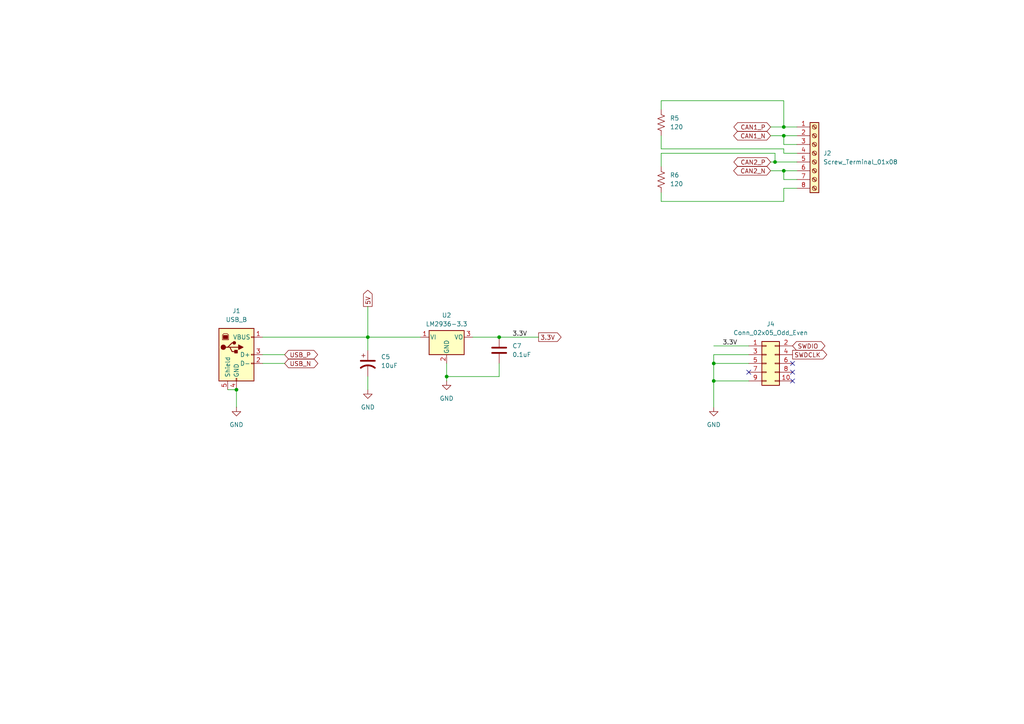
<source format=kicad_sch>
(kicad_sch (version 20250114) (generator "eeschema") (generator_version "9.0")
  (paper "A4")
  (title_block (title "USB and Power Supply") (date "2025-09-17") (comment 1 "Copyright 2025 Karl Yamashita"))
  (lib_symbols
    (symbol "Connector:Screw_Terminal_01x08" (pin_names (offset 1.016) (hide yes))
      (property "Reference" "J" (at 0 10.16 0))
      (property "Value" "Screw_Terminal_01x08" (at 0 -12.7 0))
      (symbol "Screw_Terminal_01x08_1_1"
        (rectangle (start -1.27 8.89) (end 1.27 -11.43) (stroke (width 0.254)) (fill (type background)))
        (polyline (pts (xy -0.5334 7.9502) (xy 0.3302 7.112)) (stroke (width 0.1524)))
        (polyline (pts (xy -0.5334 5.4102) (xy 0.3302 4.572)) (stroke (width 0.1524)))
        (polyline (pts (xy -0.5334 2.8702) (xy 0.3302 2.032)) (stroke (width 0.1524)))
        (polyline (pts (xy -0.5334 0.3302) (xy 0.3302 -0.508)) (stroke (width 0.1524)))
        (polyline (pts (xy -0.5334 -2.2098) (xy 0.3302 -3.048)) (stroke (width 0.1524)))
        (polyline (pts (xy -0.5334 -4.7498) (xy 0.3302 -5.588)) (stroke (width 0.1524)))
        (polyline (pts (xy -0.5334 -7.2898) (xy 0.3302 -8.128)) (stroke (width 0.1524)))
        (polyline (pts (xy -0.5334 -9.8298) (xy 0.3302 -10.668)) (stroke (width 0.1524)))
        (polyline (pts (xy -0.3556 8.128) (xy 0.508 7.2898)) (stroke (width 0.1524)))
        (polyline (pts (xy -0.3556 5.588) (xy 0.508 4.7498)) (stroke (width 0.1524)))
        (polyline (pts (xy -0.3556 3.048) (xy 0.508 2.2098)) (stroke (width 0.1524)))
        (polyline (pts (xy -0.3556 0.508) (xy 0.508 -0.3302)) (stroke (width 0.1524)))
        (polyline (pts (xy -0.3556 -2.032) (xy 0.508 -2.8702)) (stroke (width 0.1524)))
        (polyline (pts (xy -0.3556 -4.572) (xy 0.508 -5.4102)) (stroke (width 0.1524)))
        (polyline (pts (xy -0.3556 -7.112) (xy 0.508 -7.9502)) (stroke (width 0.1524)))
        (polyline (pts (xy -0.3556 -9.652) (xy 0.508 -10.4902)) (stroke (width 0.1524)))
        (circle (center 0 7.62) (radius 0.635) (stroke (width 0.1524)))
        (circle (center 0 5.08) (radius 0.635) (stroke (width 0.1524)))
        (circle (center 0 2.54) (radius 0.635) (stroke (width 0.1524)))
        (circle (center 0 0) (radius 0.635) (stroke (width 0.1524)))
        (circle (center 0 -2.54) (radius 0.635) (stroke (width 0.1524)))
        (circle (center 0 -5.08) (radius 0.635) (stroke (width 0.1524)))
        (circle (center 0 -7.62) (radius 0.635) (stroke (width 0.1524)))
        (circle (center 0 -10.16) (radius 0.635) (stroke (width 0.1524)))
        (pin passive line (at -5.08 7.62 0) (length 3.81) (name "Pin_1") (number "1"))
        (pin passive line (at -5.08 5.08 0) (length 3.81) (name "Pin_2") (number "2"))
        (pin passive line (at -5.08 2.54 0) (length 3.81) (name "Pin_3") (number "3"))
        (pin passive line (at -5.08 0 0) (length 3.81) (name "Pin_4") (number "4"))
        (pin passive line (at -5.08 -2.54 0) (length 3.81) (name "Pin_5") (number "5"))
        (pin passive line (at -5.08 -5.08 0) (length 3.81) (name "Pin_6") (number "6"))
        (pin passive line (at -5.08 -7.62 0) (length 3.81) (name "Pin_7") (number "7"))
        (pin passive line (at -5.08 -10.16 0) (length 3.81) (name "Pin_8") (number "8"))
      )
    )
    (symbol "Connector:USB_B" (pin_names (offset 1.016))
      (property "Reference" "J" (at -5.08 11.43 0))
      (property "Value" "USB_B" (at -5.08 8.89 0))
      (symbol "USB_B_0_1"
        (rectangle (start -5.08 -7.62) (end 5.08 7.62) (stroke (width 0.254)) (fill (type background)))
        (polyline (pts (xy -4.064 4.318) (xy -2.286 4.318) (xy -2.286 5.715) (xy -2.667 6.096) (xy -3.683 6.096) (xy -4.064 5.715) (xy -4.064 4.318)))
        (rectangle (start -3.81 5.588) (end -2.54 4.572) (fill (type outline)))
        (circle (center -3.81 2.159) (radius 0.635) (stroke (width 0.254)) (fill (type outline)))
        (polyline (pts (xy -3.175 2.159) (xy -2.54 2.159) (xy -1.27 3.429) (xy -0.635 3.429)) (stroke (width 0.254)))
        (polyline (pts (xy -2.54 2.159) (xy -1.905 2.159) (xy -1.27 0.889) (xy 0 0.889)) (stroke (width 0.254)))
        (polyline (pts (xy -1.905 2.159) (xy 0.635 2.159)) (stroke (width 0.254)))
        (circle (center -0.635 3.429) (radius 0.381) (stroke (width 0.254)) (fill (type outline)))
        (rectangle (start -0.127 -7.62) (end 0.127 -6.858))
        (rectangle (start 0.254 1.27) (end -0.508 0.508) (stroke (width 0.254)) (fill (type outline)))
        (polyline (pts (xy 0.635 2.794) (xy 0.635 1.524) (xy 1.905 2.159) (xy 0.635 2.794)) (stroke (width 0.254)) (fill (type outline)))
        (rectangle (start 5.08 4.953) (end 4.318 5.207))
        (rectangle (start 5.08 -0.127) (end 4.318 0.127))
        (rectangle (start 5.08 -2.667) (end 4.318 -2.413))
      )
      (symbol "USB_B_1_1"
        (pin passive line (at -2.54 -10.16 90) (length 2.54) (name "Shield") (number "5"))
        (pin power_out line (at 0 -10.16 90) (length 2.54) (name "GND") (number "4"))
        (pin power_out line (at 7.62 5.08 180) (length 2.54) (name "VBUS") (number "1"))
        (pin bidirectional line (at 7.62 0 180) (length 2.54) (name "D+") (number "3"))
        (pin bidirectional line (at 7.62 -2.54 180) (length 2.54) (name "D-") (number "2"))
      )
    )
    (symbol "Connector_Generic:Conn_02x05_Odd_Even" (pin_names (offset 1.016) (hide yes))
      (property "Reference" "J" (at 1.27 7.62 0))
      (property "Value" "Conn_02x05_Odd_Even" (at 1.27 -7.62 0))
      (symbol "Conn_02x05_Odd_Even_1_1"
        (rectangle (start -1.27 6.35) (end 3.81 -6.35) (stroke (width 0.254)) (fill (type background)))
        (rectangle (start -1.27 5.207) (end 0 4.953) (stroke (width 0.1524)))
        (rectangle (start -1.27 2.667) (end 0 2.413) (stroke (width 0.1524)))
        (rectangle (start -1.27 0.127) (end 0 -0.127) (stroke (width 0.1524)))
        (rectangle (start -1.27 -2.413) (end 0 -2.667) (stroke (width 0.1524)))
        (rectangle (start -1.27 -4.953) (end 0 -5.207) (stroke (width 0.1524)))
        (rectangle (start 3.81 5.207) (end 2.54 4.953) (stroke (width 0.1524)))
        (rectangle (start 3.81 2.667) (end 2.54 2.413) (stroke (width 0.1524)))
        (rectangle (start 3.81 0.127) (end 2.54 -0.127) (stroke (width 0.1524)))
        (rectangle (start 3.81 -2.413) (end 2.54 -2.667) (stroke (width 0.1524)))
        (rectangle (start 3.81 -4.953) (end 2.54 -5.207) (stroke (width 0.1524)))
        (pin passive line (at -5.08 5.08 0) (length 3.81) (name "Pin_1") (number "1"))
        (pin passive line (at -5.08 2.54 0) (length 3.81) (name "Pin_3") (number "3"))
        (pin passive line (at -5.08 0 0) (length 3.81) (name "Pin_5") (number "5"))
        (pin passive line (at -5.08 -2.54 0) (length 3.81) (name "Pin_7") (number "7"))
        (pin passive line (at -5.08 -5.08 0) (length 3.81) (name "Pin_9") (number "9"))
        (pin passive line (at 7.62 5.08 180) (length 3.81) (name "Pin_2") (number "2"))
        (pin passive line (at 7.62 2.54 180) (length 3.81) (name "Pin_4") (number "4"))
        (pin passive line (at 7.62 0 180) (length 3.81) (name "Pin_6") (number "6"))
        (pin passive line (at 7.62 -2.54 180) (length 3.81) (name "Pin_8") (number "8"))
        (pin passive line (at 7.62 -5.08 180) (length 3.81) (name "Pin_10") (number "10"))
      )
    )
    (symbol "Device:C" (pin_numbers (hide yes)) (pin_names (offset 0.254))
      (property "Reference" "C" (at 0.635 2.54 0))
      (property "Value" "C" (at 0.635 -2.54 0))
      (symbol "C_0_1"
        (polyline (pts (xy -2.032 0.762) (xy 2.032 0.762)) (stroke (width 0.508)))
        (polyline (pts (xy -2.032 -0.762) (xy 2.032 -0.762)) (stroke (width 0.508)))
      )
      (symbol "C_1_1"
        (pin passive line (at 0 3.81 270) (length 2.794) (name "~") (number "1"))
        (pin passive line (at 0 -3.81 90) (length 2.794) (name "~") (number "2"))
      )
    )
    (symbol "Device:C_Polarized_US" (pin_numbers (hide yes)) (pin_names (offset 0.254) (hide yes))
      (property "Reference" "C" (at 0.635 2.54 0))
      (property "Value" "C_Polarized_US" (at 0.635 -2.54 0))
      (symbol "C_Polarized_US_0_1"
        (polyline (pts (xy -2.032 0.762) (xy 2.032 0.762)) (stroke (width 0.508)))
        (polyline (pts (xy -1.778 2.286) (xy -0.762 2.286)))
        (polyline (pts (xy -1.27 1.778) (xy -1.27 2.794)))
        (arc (start -2.032 -1.27) (mid 0 -0.5572) (end 2.032 -1.27) (stroke (width 0.508)))
      )
      (symbol "C_Polarized_US_1_1"
        (pin passive line (at 0 3.81 270) (length 2.794) (name "~") (number "1"))
        (pin passive line (at 0 -3.81 90) (length 3.302) (name "~") (number "2"))
      )
    )
    (symbol "Device:R_US" (pin_numbers (hide yes)) (pin_names (offset 0))
      (property "Reference" "R" (at 2.54 0 90))
      (property "Value" "R_US" (at -2.54 0 90))
      (symbol "R_US_0_1"
        (polyline (pts (xy 0 2.286) (xy 0 2.54)))
        (polyline (pts (xy 0 2.286) (xy 1.016 1.905) (xy 0 1.524) (xy -1.016 1.143) (xy 0 0.762)))
        (polyline (pts (xy 0 0.762) (xy 1.016 0.381) (xy 0 0) (xy -1.016 -0.381) (xy 0 -0.762)))
        (polyline (pts (xy 0 -0.762) (xy 1.016 -1.143) (xy 0 -1.524) (xy -1.016 -1.905) (xy 0 -2.286)))
        (polyline (pts (xy 0 -2.286) (xy 0 -2.54)))
      )
      (symbol "R_US_1_1"
        (pin passive line (at 0 3.81 270) (length 1.27) (name "~") (number "1"))
        (pin passive line (at 0 -3.81 90) (length 1.27) (name "~") (number "2"))
      )
    )
    (symbol "Regulator_Linear:LM2936-3.3" (pin_names (offset 0.254))
      (property "Reference" "U" (at -3.81 3.175 0))
      (property "Value" "LM2936-3.3" (at 0 3.175 0))
      (symbol "LM2936-3.3_0_1"
        (rectangle (start -5.08 1.905) (end 5.08 -5.08) (stroke (width 0.254)) (fill (type background)))
      )
      (symbol "LM2936-3.3_1_1"
        (pin power_in line (at -7.62 0 0) (length 2.54) (name "VI") (number "1"))
        (pin power_in line (at 0 -7.62 90) (length 2.54) (name "GND") (number "2"))
        (pin power_out line (at 7.62 0 180) (length 2.54) (name "VO") (number "3"))
      )
    )
    (symbol "power:GND" (power) (pin_numbers (hide yes)) (pin_names (offset 0) (hide yes))
      (property "Value" "GND" (at 0 -3.81 0))
      (symbol "GND_0_1"
        (polyline (pts (xy 0 0) (xy 0 -1.27) (xy 1.27 -1.27) (xy 0 -2.54) (xy -1.27 -1.27) (xy 0 -1.27)))
      )
      (symbol "GND_1_1"
        (pin power_in line (at 0 0 270) (length 0) (name "~") (number "1"))
      )
    )
  )
  (junction (at 207.01 105.41))
  (junction (at 129.54 109.22))
  (junction (at 68.58 113.03))
  (junction (at 106.68 97.79))
  (junction (at 207.01 110.49))
  (junction (at 224.79 46.99))
  (junction (at 227.33 39.37))
  (junction (at 227.33 36.83))
  (junction (at 227.33 49.53))
  (junction (at 144.78 97.79))
  (no_connect (at 217.17 107.95))
  (no_connect (at 229.87 110.49))
  (no_connect (at 229.87 105.41))
  (no_connect (at 229.87 107.95))
  (wire (pts (xy 217.17 102.87) (xy 207.01 102.87)))
  (wire (pts (xy 191.77 29.21) (xy 227.33 29.21)))
  (wire (pts (xy 223.52 49.53) (xy 227.33 49.53)))
  (wire (pts (xy 76.2 97.79) (xy 106.68 97.79)))
  (wire (pts (xy 68.58 113.03) (xy 66.04 113.03)))
  (wire (pts (xy 76.2 102.87) (xy 82.55 102.87)))
  (wire (pts (xy 129.54 109.22) (xy 129.54 110.49)))
  (wire (pts (xy 207.01 110.49) (xy 207.01 118.11)))
  (wire (pts (xy 217.17 110.49) (xy 207.01 110.49)))
  (wire (pts (xy 223.52 39.37) (xy 227.33 39.37)))
  (wire (pts (xy 144.78 105.41) (xy 144.78 109.22)))
  (wire (pts (xy 106.68 109.22) (xy 106.68 113.03)))
  (wire (pts (xy 227.33 54.61) (xy 227.33 58.42)))
  (wire (pts (xy 227.33 43.18) (xy 191.77 43.18)))
  (wire (pts (xy 227.33 44.45) (xy 227.33 43.18)))
  (wire (pts (xy 106.68 88.9) (xy 106.68 97.79)))
  (wire (pts (xy 227.33 58.42) (xy 191.77 58.42)))
  (wire (pts (xy 231.14 44.45) (xy 227.33 44.45)))
  (wire (pts (xy 129.54 105.41) (xy 129.54 109.22)))
  (wire (pts (xy 227.33 29.21) (xy 227.33 36.83)))
  (wire (pts (xy 191.77 43.18) (xy 191.77 39.37)))
  (wire (pts (xy 224.79 44.45) (xy 224.79 46.99)))
  (wire (pts (xy 106.68 97.79) (xy 121.92 97.79)))
  (wire (pts (xy 191.77 29.21) (xy 191.77 31.75)))
  (wire (pts (xy 207.01 102.87) (xy 207.01 105.41)))
  (wire (pts (xy 227.33 49.53) (xy 231.14 49.53)))
  (wire (pts (xy 227.33 39.37) (xy 231.14 39.37)))
  (wire (pts (xy 231.14 52.07) (xy 227.33 52.07)))
  (wire (pts (xy 231.14 41.91) (xy 227.33 41.91)))
  (wire (pts (xy 207.01 105.41) (xy 207.01 110.49)))
  (wire (pts (xy 207.01 100.33) (xy 217.17 100.33)))
  (wire (pts (xy 129.54 109.22) (xy 144.78 109.22)))
  (wire (pts (xy 224.79 46.99) (xy 231.14 46.99)))
  (wire (pts (xy 137.16 97.79) (xy 144.78 97.79)))
  (wire (pts (xy 227.33 41.91) (xy 227.33 39.37)))
  (wire (pts (xy 191.77 44.45) (xy 224.79 44.45)))
  (wire (pts (xy 191.77 58.42) (xy 191.77 55.88)))
  (wire (pts (xy 223.52 46.99) (xy 224.79 46.99)))
  (wire (pts (xy 207.01 105.41) (xy 217.17 105.41)))
  (wire (pts (xy 144.78 97.79) (xy 156.21 97.79)))
  (wire (pts (xy 191.77 48.26) (xy 191.77 44.45)))
  (wire (pts (xy 68.58 113.03) (xy 68.58 118.11)))
  (wire (pts (xy 231.14 54.61) (xy 227.33 54.61)))
  (wire (pts (xy 76.2 105.41) (xy 82.55 105.41)))
  (wire (pts (xy 106.68 97.79) (xy 106.68 101.6)))
  (wire (pts (xy 223.52 36.83) (xy 227.33 36.83)))
  (wire (pts (xy 227.33 52.07) (xy 227.33 49.53)))
  (wire (pts (xy 227.33 36.83) (xy 231.14 36.83)))
  (label "3.3V" (at 209.55 100.33 0))
  (label "3.3V" (at 148.59 97.79 0))
  (global_label "CAN2_N" (shape bidirectional) (at 223.52 49.53 180) (property "Intersheetrefs" "${INTERSHEET_REFS}" (effects (hide yes))))
  (global_label "CAN2_P" (shape bidirectional) (at 223.52 46.99 180) (property "Intersheetrefs" "${INTERSHEET_REFS}" (effects (hide yes))))
  (global_label "CAN1_P" (shape bidirectional) (at 223.52 36.83 180) (property "Intersheetrefs" "${INTERSHEET_REFS}" (effects (hide yes))))
  (global_label "5V" (shape output) (at 106.68 88.9 90) (property "Intersheetrefs" "${INTERSHEET_REFS}" (effects (hide yes))))
  (global_label "USB_N" (shape bidirectional) (at 82.55 105.41 0) (property "Intersheetrefs" "${INTERSHEET_REFS}" (effects (hide yes))))
  (global_label "SWDIO" (shape bidirectional) (at 229.87 100.33 0) (property "Intersheetrefs" "${INTERSHEET_REFS}" (effects (hide yes))))
  (global_label "3.3V" (shape output) (at 156.21 97.79 0) (property "Intersheetrefs" "${INTERSHEET_REFS}" (effects (hide yes))))
  (global_label "USB_P" (shape bidirectional) (at 82.55 102.87 0) (property "Intersheetrefs" "${INTERSHEET_REFS}" (effects (hide yes))))
  (global_label "CAN1_N" (shape bidirectional) (at 223.52 39.37 180) (property "Intersheetrefs" "${INTERSHEET_REFS}" (effects (hide yes))))
  (global_label "SWDCLK" (shape output) (at 229.87 102.87 0) (property "Intersheetrefs" "${INTERSHEET_REFS}" (effects (hide yes))))
  (symbol (lib_id "power:GND") (at 68.58 118.11 0) (unit 1)
    (property "Reference" "#PWR09" (effects (hide yes)))
    (property "Value" "GND" (at 68.58 123.19 0))
    (property "Description" "Power symbol creates a global label with name \"GND\" , ground" (effects (hide yes)))
  )
  (symbol (lib_id "Device:R_US") (at 191.77 52.07 0) (unit 1)
    (property "Reference" "R6" (at 194.31 50.7999 0) (effects (justify left)))
    (property "Value" "120" (at 194.31 53.3399 0) (effects (justify left)))
    (property "Description" "Resistor, US symbol" (effects (hide yes)))
  )
  (symbol (lib_id "Connector:USB_B") (at 68.58 102.87 0) (unit 1)
    (property "Reference" "J1" (at 68.58 90.17 0))
    (property "Value" "USB_B" (at 68.58 92.71 0))
    (property "Footprint" "Connector_USB:USB_B_Lumberg_2411_02_Horizontal" (effects (hide yes)))
    (property "Description" "USB Type B connector" (effects (hide yes)))
  )
  (symbol (lib_id "power:GND") (at 207.01 118.11 0) (unit 1)
    (property "Reference" "#PWR012" (effects (hide yes)))
    (property "Value" "GND" (at 207.01 123.19 0))
    (property "Description" "Power symbol creates a global label with name \"GND\" , ground" (effects (hide yes)))
  )
  (symbol (lib_id "Device:R_US") (at 191.77 35.56 0) (unit 1)
    (property "Reference" "R5" (at 194.31 34.2899 0) (effects (justify left)))
    (property "Value" "120" (at 194.31 36.8299 0) (effects (justify left)))
    (property "Description" "Resistor, US symbol" (effects (hide yes)))
  )
  (symbol (lib_id "Connector:Screw_Terminal_01x08") (at 236.22 44.45 0) (unit 1)
    (property "Reference" "J2" (at 238.76 44.4499 0) (effects (justify left)))
    (property "Value" "Screw_Terminal_01x08" (at 238.76 46.9899 0) (effects (justify left)))
    (property "Description" "Generic screw terminal, single row, 01x08, script generated (kicad-library-utils/schlib/autogen/connector/)" (effects (hide yes)))
  )
  (symbol (lib_id "Device:C_Polarized_US") (at 106.68 105.41 0) (unit 1)
    (property "Reference" "C5" (at 110.49 103.5049 0) (effects (justify left)))
    (property "Value" "10uF" (at 110.49 106.0449 0) (effects (justify left)))
    (property "Footprint" "Capacitor_SMD:C_Elec_4x5.4" (effects (hide yes)))
    (property "Description" "Polarized capacitor, US symbol" (effects (hide yes)))
  )
  (symbol (lib_id "Device:C") (at 144.78 101.6 0) (unit 1)
    (property "Reference" "C7" (at 148.59 100.3299 0) (effects (justify left)))
    (property "Value" "0.1uF" (at 148.59 102.8699 0) (effects (justify left)))
    (property "Footprint" "Capacitor_SMD:C_0603_1608Metric" (effects (hide yes)))
    (property "Description" "Unpolarized capacitor" (effects (hide yes)))
  )
  (symbol (lib_id "power:GND") (at 106.68 113.03 0) (unit 1)
    (property "Reference" "#PWR04" (effects (hide yes)))
    (property "Value" "GND" (at 106.68 118.11 0))
    (property "Description" "Power symbol creates a global label with name \"GND\" , ground" (effects (hide yes)))
  )
  (symbol (lib_id "Regulator_Linear:LM2936-3.3") (at 129.54 97.79 0) (unit 1)
    (property "Reference" "U2" (at 129.54 91.44 0))
    (property "Value" "LM2936-3.3" (at 129.54 93.98 0))
    (property "Footprint" "Package_TO_SOT_SMD:TO-252-3_TabPin2" (effects (hide yes)))
    (property "Datasheet" "http://www.ti.com/lit/ds/symlink/lm2936.pdf" (effects (hide yes)))
    (property "Description" "50mA Ultra-Low Quiescent Current LDO Voltage Regulator, 3.3V fixed output, TO-252/SOT-223" (effects (hide yes)))
  )
  (symbol (lib_id "power:GND") (at 129.54 110.49 0) (unit 1)
    (property "Reference" "#PWR03" (effects (hide yes)))
    (property "Value" "GND" (at 129.54 115.57 0))
    (property "Description" "Power symbol creates a global label with name \"GND\" , ground" (effects (hide yes)))
  )
  (symbol (lib_id "Connector_Generic:Conn_02x05_Odd_Even") (at 222.25 105.41 0) (unit 1)
    (property "Reference" "J4" (at 223.52 93.98 0))
    (property "Value" "Conn_02x05_Odd_Even" (at 223.52 96.52 0))
    (property "Description" "Generic connector, double row, 02x05, odd/even pin numbering scheme (row 1 odd numbers, row 2 even numbers), script generated (kicad-library-utils/schlib/autogen/connector/)" (effects (hide yes)))
  )
)
</source>
